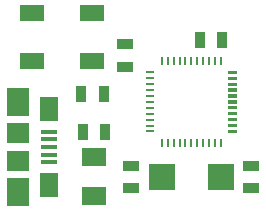
<source format=gtp>
G04 (created by PCBNEW-RS274X (2012-apr-16-27)-stable) date Sun 05 Jan 2014 01:48:33 PM CET*
G01*
G70*
G90*
%MOIN*%
G04 Gerber Fmt 3.4, Leading zero omitted, Abs format*
%FSLAX34Y34*%
G04 APERTURE LIST*
%ADD10C,0.006000*%
%ADD11R,0.080000X0.060000*%
%ADD12R,0.055000X0.035000*%
%ADD13R,0.035000X0.055000*%
%ADD14R,0.090600X0.090600*%
%ADD15R,0.053100X0.015700*%
%ADD16R,0.059100X0.082700*%
%ADD17R,0.074800X0.094500*%
%ADD18R,0.074800X0.070900*%
%ADD19R,0.031000X0.011000*%
%ADD20R,0.011000X0.031000*%
%ADD21R,0.078700X0.055100*%
G04 APERTURE END LIST*
G54D10*
G54D11*
X38000Y-24600D03*
X38000Y-25900D03*
G54D12*
X43250Y-25625D03*
X43250Y-24875D03*
X39250Y-25625D03*
X39250Y-24875D03*
G54D13*
X38375Y-23750D03*
X37625Y-23750D03*
X38325Y-22500D03*
X37575Y-22500D03*
G54D12*
X39050Y-20825D03*
X39050Y-21575D03*
G54D14*
X42234Y-25250D03*
X40266Y-25250D03*
G54D15*
X36500Y-24250D03*
X36500Y-23994D03*
X36500Y-24506D03*
X36500Y-23738D03*
X36500Y-24762D03*
G54D16*
X36500Y-22990D03*
X36500Y-25510D03*
G54D17*
X35457Y-22754D03*
X35457Y-25746D03*
G54D18*
X35457Y-23797D03*
X35457Y-24703D03*
G54D19*
X39875Y-21765D03*
G54D20*
X40265Y-24125D03*
G54D10*
G36*
X42470Y-23680D02*
X42780Y-23680D01*
X42780Y-23790D01*
X42470Y-23790D01*
X42470Y-23680D01*
X42470Y-23680D01*
G37*
G54D20*
X42235Y-21375D03*
G54D19*
X39875Y-21962D03*
G54D20*
X40462Y-24125D03*
G54D10*
G36*
X42470Y-23483D02*
X42780Y-23483D01*
X42780Y-23593D01*
X42470Y-23593D01*
X42470Y-23483D01*
X42470Y-23483D01*
G37*
G54D20*
X42038Y-21375D03*
G54D19*
X39875Y-22159D03*
G54D20*
X40659Y-24125D03*
G54D10*
G36*
X42470Y-23286D02*
X42780Y-23286D01*
X42780Y-23396D01*
X42470Y-23396D01*
X42470Y-23286D01*
X42470Y-23286D01*
G37*
G54D20*
X41841Y-21375D03*
G54D19*
X39875Y-22356D03*
G54D20*
X40856Y-24125D03*
G54D10*
G36*
X42470Y-23089D02*
X42780Y-23089D01*
X42780Y-23199D01*
X42470Y-23199D01*
X42470Y-23089D01*
X42470Y-23089D01*
G37*
G54D20*
X41644Y-21375D03*
G54D19*
X39875Y-22553D03*
G54D20*
X41053Y-24125D03*
G54D10*
G36*
X42470Y-22892D02*
X42780Y-22892D01*
X42780Y-23002D01*
X42470Y-23002D01*
X42470Y-22892D01*
X42470Y-22892D01*
G37*
G54D20*
X41447Y-21375D03*
G54D19*
X39875Y-22750D03*
G54D20*
X41250Y-24125D03*
G54D10*
G36*
X42470Y-22695D02*
X42780Y-22695D01*
X42780Y-22805D01*
X42470Y-22805D01*
X42470Y-22695D01*
X42470Y-22695D01*
G37*
G54D20*
X41250Y-21375D03*
G54D19*
X39875Y-22947D03*
G54D20*
X41447Y-24125D03*
G54D10*
G36*
X42470Y-22498D02*
X42780Y-22498D01*
X42780Y-22608D01*
X42470Y-22608D01*
X42470Y-22498D01*
X42470Y-22498D01*
G37*
G54D20*
X41053Y-21375D03*
G54D19*
X39875Y-23144D03*
G54D20*
X41644Y-24125D03*
G54D10*
G36*
X42470Y-22301D02*
X42780Y-22301D01*
X42780Y-22411D01*
X42470Y-22411D01*
X42470Y-22301D01*
X42470Y-22301D01*
G37*
G54D20*
X40856Y-21375D03*
G54D19*
X39875Y-23341D03*
G54D20*
X41841Y-24125D03*
G54D10*
G36*
X42470Y-22104D02*
X42780Y-22104D01*
X42780Y-22214D01*
X42470Y-22214D01*
X42470Y-22104D01*
X42470Y-22104D01*
G37*
G54D20*
X40659Y-21375D03*
G54D19*
X39875Y-23538D03*
G54D20*
X42038Y-24125D03*
G54D10*
G36*
X42470Y-21907D02*
X42780Y-21907D01*
X42780Y-22017D01*
X42470Y-22017D01*
X42470Y-21907D01*
X42470Y-21907D01*
G37*
G54D20*
X40462Y-21375D03*
G54D19*
X39875Y-23735D03*
G54D20*
X42235Y-24125D03*
G54D10*
G36*
X42470Y-21710D02*
X42780Y-21710D01*
X42780Y-21820D01*
X42470Y-21820D01*
X42470Y-21710D01*
X42470Y-21710D01*
G37*
G54D20*
X40265Y-21375D03*
G54D13*
X41525Y-20700D03*
X42275Y-20700D03*
G54D21*
X37950Y-19800D03*
X37950Y-21400D03*
X35950Y-19800D03*
X35950Y-21400D03*
M02*

</source>
